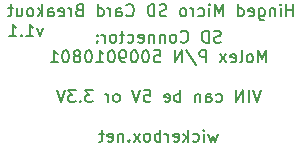
<source format=gbo>
%TF.GenerationSoftware,KiCad,Pcbnew,4.0.5-e0-6337~49~ubuntu16.04.1*%
%TF.CreationDate,2017-02-24T14:13:16-08:00*%
%TF.ProjectId,sd-micro-hinged-5009010801-breakout,73642D6D6963726F2D68696E6765642D,v1.0*%
%TF.FileFunction,Legend,Bot*%
%FSLAX46Y46*%
G04 Gerber Fmt 4.6, Leading zero omitted, Abs format (unit mm)*
G04 Created by KiCad (PCBNEW 4.0.5-e0-6337~49~ubuntu16.04.1) date Fri Feb 24 14:13:16 2017*
%MOMM*%
%LPD*%
G01*
G04 APERTURE LIST*
%ADD10C,0.350000*%
%ADD11C,0.152400*%
%ADD12R,2.133600X1.828800*%
%ADD13O,2.133600X1.828800*%
G04 APERTURE END LIST*
D10*
D11*
X136613534Y-96146499D02*
X136613534Y-95130499D01*
X136613534Y-95614309D02*
X136032963Y-95614309D01*
X136032963Y-96146499D02*
X136032963Y-95130499D01*
X135549153Y-96146499D02*
X135549153Y-95469166D01*
X135549153Y-95130499D02*
X135597534Y-95178880D01*
X135549153Y-95227261D01*
X135500772Y-95178880D01*
X135549153Y-95130499D01*
X135549153Y-95227261D01*
X135065343Y-95469166D02*
X135065343Y-96146499D01*
X135065343Y-95565928D02*
X135016962Y-95517547D01*
X134920200Y-95469166D01*
X134775058Y-95469166D01*
X134678296Y-95517547D01*
X134629915Y-95614309D01*
X134629915Y-96146499D01*
X133710677Y-95469166D02*
X133710677Y-96291642D01*
X133759058Y-96388404D01*
X133807439Y-96436785D01*
X133904200Y-96485166D01*
X134049343Y-96485166D01*
X134146105Y-96436785D01*
X133710677Y-96098118D02*
X133807439Y-96146499D01*
X134000962Y-96146499D01*
X134097724Y-96098118D01*
X134146105Y-96049737D01*
X134194486Y-95952975D01*
X134194486Y-95662690D01*
X134146105Y-95565928D01*
X134097724Y-95517547D01*
X134000962Y-95469166D01*
X133807439Y-95469166D01*
X133710677Y-95517547D01*
X132839820Y-96098118D02*
X132936582Y-96146499D01*
X133130105Y-96146499D01*
X133226867Y-96098118D01*
X133275248Y-96001356D01*
X133275248Y-95614309D01*
X133226867Y-95517547D01*
X133130105Y-95469166D01*
X132936582Y-95469166D01*
X132839820Y-95517547D01*
X132791439Y-95614309D01*
X132791439Y-95711070D01*
X133275248Y-95807832D01*
X131920582Y-96146499D02*
X131920582Y-95130499D01*
X131920582Y-96098118D02*
X132017344Y-96146499D01*
X132210867Y-96146499D01*
X132307629Y-96098118D01*
X132356010Y-96049737D01*
X132404391Y-95952975D01*
X132404391Y-95662690D01*
X132356010Y-95565928D01*
X132307629Y-95517547D01*
X132210867Y-95469166D01*
X132017344Y-95469166D01*
X131920582Y-95517547D01*
X130662677Y-96146499D02*
X130662677Y-95130499D01*
X130324011Y-95856213D01*
X129985344Y-95130499D01*
X129985344Y-96146499D01*
X129501534Y-96146499D02*
X129501534Y-95469166D01*
X129501534Y-95130499D02*
X129549915Y-95178880D01*
X129501534Y-95227261D01*
X129453153Y-95178880D01*
X129501534Y-95130499D01*
X129501534Y-95227261D01*
X128582296Y-96098118D02*
X128679058Y-96146499D01*
X128872581Y-96146499D01*
X128969343Y-96098118D01*
X129017724Y-96049737D01*
X129066105Y-95952975D01*
X129066105Y-95662690D01*
X129017724Y-95565928D01*
X128969343Y-95517547D01*
X128872581Y-95469166D01*
X128679058Y-95469166D01*
X128582296Y-95517547D01*
X128146867Y-96146499D02*
X128146867Y-95469166D01*
X128146867Y-95662690D02*
X128098486Y-95565928D01*
X128050105Y-95517547D01*
X127953343Y-95469166D01*
X127856582Y-95469166D01*
X127372772Y-96146499D02*
X127469534Y-96098118D01*
X127517915Y-96049737D01*
X127566296Y-95952975D01*
X127566296Y-95662690D01*
X127517915Y-95565928D01*
X127469534Y-95517547D01*
X127372772Y-95469166D01*
X127227630Y-95469166D01*
X127130868Y-95517547D01*
X127082487Y-95565928D01*
X127034106Y-95662690D01*
X127034106Y-95952975D01*
X127082487Y-96049737D01*
X127130868Y-96098118D01*
X127227630Y-96146499D01*
X127372772Y-96146499D01*
X125872963Y-96098118D02*
X125727820Y-96146499D01*
X125485916Y-96146499D01*
X125389154Y-96098118D01*
X125340773Y-96049737D01*
X125292392Y-95952975D01*
X125292392Y-95856213D01*
X125340773Y-95759451D01*
X125389154Y-95711070D01*
X125485916Y-95662690D01*
X125679439Y-95614309D01*
X125776201Y-95565928D01*
X125824582Y-95517547D01*
X125872963Y-95420785D01*
X125872963Y-95324023D01*
X125824582Y-95227261D01*
X125776201Y-95178880D01*
X125679439Y-95130499D01*
X125437535Y-95130499D01*
X125292392Y-95178880D01*
X124856963Y-96146499D02*
X124856963Y-95130499D01*
X124615058Y-95130499D01*
X124469916Y-95178880D01*
X124373154Y-95275642D01*
X124324773Y-95372404D01*
X124276392Y-95565928D01*
X124276392Y-95711070D01*
X124324773Y-95904594D01*
X124373154Y-96001356D01*
X124469916Y-96098118D01*
X124615058Y-96146499D01*
X124856963Y-96146499D01*
X122486297Y-96049737D02*
X122534678Y-96098118D01*
X122679821Y-96146499D01*
X122776583Y-96146499D01*
X122921725Y-96098118D01*
X123018487Y-96001356D01*
X123066868Y-95904594D01*
X123115249Y-95711070D01*
X123115249Y-95565928D01*
X123066868Y-95372404D01*
X123018487Y-95275642D01*
X122921725Y-95178880D01*
X122776583Y-95130499D01*
X122679821Y-95130499D01*
X122534678Y-95178880D01*
X122486297Y-95227261D01*
X121615440Y-96146499D02*
X121615440Y-95614309D01*
X121663821Y-95517547D01*
X121760583Y-95469166D01*
X121954106Y-95469166D01*
X122050868Y-95517547D01*
X121615440Y-96098118D02*
X121712202Y-96146499D01*
X121954106Y-96146499D01*
X122050868Y-96098118D01*
X122099249Y-96001356D01*
X122099249Y-95904594D01*
X122050868Y-95807832D01*
X121954106Y-95759451D01*
X121712202Y-95759451D01*
X121615440Y-95711070D01*
X121131630Y-96146499D02*
X121131630Y-95469166D01*
X121131630Y-95662690D02*
X121083249Y-95565928D01*
X121034868Y-95517547D01*
X120938106Y-95469166D01*
X120841345Y-95469166D01*
X120067250Y-96146499D02*
X120067250Y-95130499D01*
X120067250Y-96098118D02*
X120164012Y-96146499D01*
X120357535Y-96146499D01*
X120454297Y-96098118D01*
X120502678Y-96049737D01*
X120551059Y-95952975D01*
X120551059Y-95662690D01*
X120502678Y-95565928D01*
X120454297Y-95517547D01*
X120357535Y-95469166D01*
X120164012Y-95469166D01*
X120067250Y-95517547D01*
X118470679Y-95614309D02*
X118325536Y-95662690D01*
X118277155Y-95711070D01*
X118228774Y-95807832D01*
X118228774Y-95952975D01*
X118277155Y-96049737D01*
X118325536Y-96098118D01*
X118422298Y-96146499D01*
X118809345Y-96146499D01*
X118809345Y-95130499D01*
X118470679Y-95130499D01*
X118373917Y-95178880D01*
X118325536Y-95227261D01*
X118277155Y-95324023D01*
X118277155Y-95420785D01*
X118325536Y-95517547D01*
X118373917Y-95565928D01*
X118470679Y-95614309D01*
X118809345Y-95614309D01*
X117793345Y-96146499D02*
X117793345Y-95469166D01*
X117793345Y-95662690D02*
X117744964Y-95565928D01*
X117696583Y-95517547D01*
X117599821Y-95469166D01*
X117503060Y-95469166D01*
X116777346Y-96098118D02*
X116874108Y-96146499D01*
X117067631Y-96146499D01*
X117164393Y-96098118D01*
X117212774Y-96001356D01*
X117212774Y-95614309D01*
X117164393Y-95517547D01*
X117067631Y-95469166D01*
X116874108Y-95469166D01*
X116777346Y-95517547D01*
X116728965Y-95614309D01*
X116728965Y-95711070D01*
X117212774Y-95807832D01*
X115858108Y-96146499D02*
X115858108Y-95614309D01*
X115906489Y-95517547D01*
X116003251Y-95469166D01*
X116196774Y-95469166D01*
X116293536Y-95517547D01*
X115858108Y-96098118D02*
X115954870Y-96146499D01*
X116196774Y-96146499D01*
X116293536Y-96098118D01*
X116341917Y-96001356D01*
X116341917Y-95904594D01*
X116293536Y-95807832D01*
X116196774Y-95759451D01*
X115954870Y-95759451D01*
X115858108Y-95711070D01*
X115374298Y-96146499D02*
X115374298Y-95130499D01*
X115277536Y-95759451D02*
X114987251Y-96146499D01*
X114987251Y-95469166D02*
X115374298Y-95856213D01*
X114406679Y-96146499D02*
X114503441Y-96098118D01*
X114551822Y-96049737D01*
X114600203Y-95952975D01*
X114600203Y-95662690D01*
X114551822Y-95565928D01*
X114503441Y-95517547D01*
X114406679Y-95469166D01*
X114261537Y-95469166D01*
X114164775Y-95517547D01*
X114116394Y-95565928D01*
X114068013Y-95662690D01*
X114068013Y-95952975D01*
X114116394Y-96049737D01*
X114164775Y-96098118D01*
X114261537Y-96146499D01*
X114406679Y-96146499D01*
X113197156Y-95469166D02*
X113197156Y-96146499D01*
X113632584Y-95469166D02*
X113632584Y-96001356D01*
X113584203Y-96098118D01*
X113487441Y-96146499D01*
X113342299Y-96146499D01*
X113245537Y-96098118D01*
X113197156Y-96049737D01*
X112858489Y-95469166D02*
X112471441Y-95469166D01*
X112713346Y-95130499D02*
X112713346Y-96001356D01*
X112664965Y-96098118D01*
X112568203Y-96146499D01*
X112471441Y-96146499D01*
X115422680Y-97145566D02*
X115180775Y-97822899D01*
X114938871Y-97145566D01*
X114019633Y-97822899D02*
X114600204Y-97822899D01*
X114309918Y-97822899D02*
X114309918Y-96806899D01*
X114406680Y-96952042D01*
X114503442Y-97048804D01*
X114600204Y-97097185D01*
X113584204Y-97726137D02*
X113535823Y-97774518D01*
X113584204Y-97822899D01*
X113632585Y-97774518D01*
X113584204Y-97726137D01*
X113584204Y-97822899D01*
X112568204Y-97822899D02*
X113148775Y-97822899D01*
X112858489Y-97822899D02*
X112858489Y-96806899D01*
X112955251Y-96952042D01*
X113052013Y-97048804D01*
X113148775Y-97097185D01*
X130471332Y-98328238D02*
X130326189Y-98376619D01*
X130084285Y-98376619D01*
X129987523Y-98328238D01*
X129939142Y-98279857D01*
X129890761Y-98183095D01*
X129890761Y-98086333D01*
X129939142Y-97989571D01*
X129987523Y-97941190D01*
X130084285Y-97892810D01*
X130277808Y-97844429D01*
X130374570Y-97796048D01*
X130422951Y-97747667D01*
X130471332Y-97650905D01*
X130471332Y-97554143D01*
X130422951Y-97457381D01*
X130374570Y-97409000D01*
X130277808Y-97360619D01*
X130035904Y-97360619D01*
X129890761Y-97409000D01*
X129455332Y-98376619D02*
X129455332Y-97360619D01*
X129213427Y-97360619D01*
X129068285Y-97409000D01*
X128971523Y-97505762D01*
X128923142Y-97602524D01*
X128874761Y-97796048D01*
X128874761Y-97941190D01*
X128923142Y-98134714D01*
X128971523Y-98231476D01*
X129068285Y-98328238D01*
X129213427Y-98376619D01*
X129455332Y-98376619D01*
X127084666Y-98279857D02*
X127133047Y-98328238D01*
X127278190Y-98376619D01*
X127374952Y-98376619D01*
X127520094Y-98328238D01*
X127616856Y-98231476D01*
X127665237Y-98134714D01*
X127713618Y-97941190D01*
X127713618Y-97796048D01*
X127665237Y-97602524D01*
X127616856Y-97505762D01*
X127520094Y-97409000D01*
X127374952Y-97360619D01*
X127278190Y-97360619D01*
X127133047Y-97409000D01*
X127084666Y-97457381D01*
X126504094Y-98376619D02*
X126600856Y-98328238D01*
X126649237Y-98279857D01*
X126697618Y-98183095D01*
X126697618Y-97892810D01*
X126649237Y-97796048D01*
X126600856Y-97747667D01*
X126504094Y-97699286D01*
X126358952Y-97699286D01*
X126262190Y-97747667D01*
X126213809Y-97796048D01*
X126165428Y-97892810D01*
X126165428Y-98183095D01*
X126213809Y-98279857D01*
X126262190Y-98328238D01*
X126358952Y-98376619D01*
X126504094Y-98376619D01*
X125729999Y-97699286D02*
X125729999Y-98376619D01*
X125729999Y-97796048D02*
X125681618Y-97747667D01*
X125584856Y-97699286D01*
X125439714Y-97699286D01*
X125342952Y-97747667D01*
X125294571Y-97844429D01*
X125294571Y-98376619D01*
X124810761Y-97699286D02*
X124810761Y-98376619D01*
X124810761Y-97796048D02*
X124762380Y-97747667D01*
X124665618Y-97699286D01*
X124520476Y-97699286D01*
X124423714Y-97747667D01*
X124375333Y-97844429D01*
X124375333Y-98376619D01*
X123504476Y-98328238D02*
X123601238Y-98376619D01*
X123794761Y-98376619D01*
X123891523Y-98328238D01*
X123939904Y-98231476D01*
X123939904Y-97844429D01*
X123891523Y-97747667D01*
X123794761Y-97699286D01*
X123601238Y-97699286D01*
X123504476Y-97747667D01*
X123456095Y-97844429D01*
X123456095Y-97941190D01*
X123939904Y-98037952D01*
X122585238Y-98328238D02*
X122682000Y-98376619D01*
X122875523Y-98376619D01*
X122972285Y-98328238D01*
X123020666Y-98279857D01*
X123069047Y-98183095D01*
X123069047Y-97892810D01*
X123020666Y-97796048D01*
X122972285Y-97747667D01*
X122875523Y-97699286D01*
X122682000Y-97699286D01*
X122585238Y-97747667D01*
X122294952Y-97699286D02*
X121907904Y-97699286D01*
X122149809Y-97360619D02*
X122149809Y-98231476D01*
X122101428Y-98328238D01*
X122004666Y-98376619D01*
X121907904Y-98376619D01*
X121424095Y-98376619D02*
X121520857Y-98328238D01*
X121569238Y-98279857D01*
X121617619Y-98183095D01*
X121617619Y-97892810D01*
X121569238Y-97796048D01*
X121520857Y-97747667D01*
X121424095Y-97699286D01*
X121278953Y-97699286D01*
X121182191Y-97747667D01*
X121133810Y-97796048D01*
X121085429Y-97892810D01*
X121085429Y-98183095D01*
X121133810Y-98279857D01*
X121182191Y-98328238D01*
X121278953Y-98376619D01*
X121424095Y-98376619D01*
X120650000Y-98376619D02*
X120650000Y-97699286D01*
X120650000Y-97892810D02*
X120601619Y-97796048D01*
X120553238Y-97747667D01*
X120456476Y-97699286D01*
X120359715Y-97699286D01*
X120021048Y-98279857D02*
X119972667Y-98328238D01*
X120021048Y-98376619D01*
X120069429Y-98328238D01*
X120021048Y-98279857D01*
X120021048Y-98376619D01*
X120021048Y-97747667D02*
X119972667Y-97796048D01*
X120021048Y-97844429D01*
X120069429Y-97796048D01*
X120021048Y-97747667D01*
X120021048Y-97844429D01*
X134317618Y-100053019D02*
X134317618Y-99037019D01*
X133978952Y-99762733D01*
X133640285Y-99037019D01*
X133640285Y-100053019D01*
X133011332Y-100053019D02*
X133108094Y-100004638D01*
X133156475Y-99956257D01*
X133204856Y-99859495D01*
X133204856Y-99569210D01*
X133156475Y-99472448D01*
X133108094Y-99424067D01*
X133011332Y-99375686D01*
X132866190Y-99375686D01*
X132769428Y-99424067D01*
X132721047Y-99472448D01*
X132672666Y-99569210D01*
X132672666Y-99859495D01*
X132721047Y-99956257D01*
X132769428Y-100004638D01*
X132866190Y-100053019D01*
X133011332Y-100053019D01*
X132092094Y-100053019D02*
X132188856Y-100004638D01*
X132237237Y-99907876D01*
X132237237Y-99037019D01*
X131318000Y-100004638D02*
X131414762Y-100053019D01*
X131608285Y-100053019D01*
X131705047Y-100004638D01*
X131753428Y-99907876D01*
X131753428Y-99520829D01*
X131705047Y-99424067D01*
X131608285Y-99375686D01*
X131414762Y-99375686D01*
X131318000Y-99424067D01*
X131269619Y-99520829D01*
X131269619Y-99617590D01*
X131753428Y-99714352D01*
X130930952Y-100053019D02*
X130398762Y-99375686D01*
X130930952Y-99375686D02*
X130398762Y-100053019D01*
X129237619Y-100053019D02*
X129237619Y-99037019D01*
X128850572Y-99037019D01*
X128753810Y-99085400D01*
X128705429Y-99133781D01*
X128657048Y-99230543D01*
X128657048Y-99375686D01*
X128705429Y-99472448D01*
X128753810Y-99520829D01*
X128850572Y-99569210D01*
X129237619Y-99569210D01*
X127495905Y-98988638D02*
X128366762Y-100294924D01*
X127157238Y-100053019D02*
X127157238Y-99037019D01*
X126576667Y-100053019D01*
X126576667Y-99037019D01*
X124834953Y-99037019D02*
X125318762Y-99037019D01*
X125367143Y-99520829D01*
X125318762Y-99472448D01*
X125222000Y-99424067D01*
X124980096Y-99424067D01*
X124883334Y-99472448D01*
X124834953Y-99520829D01*
X124786572Y-99617590D01*
X124786572Y-99859495D01*
X124834953Y-99956257D01*
X124883334Y-100004638D01*
X124980096Y-100053019D01*
X125222000Y-100053019D01*
X125318762Y-100004638D01*
X125367143Y-99956257D01*
X124157619Y-99037019D02*
X124060858Y-99037019D01*
X123964096Y-99085400D01*
X123915715Y-99133781D01*
X123867334Y-99230543D01*
X123818953Y-99424067D01*
X123818953Y-99665971D01*
X123867334Y-99859495D01*
X123915715Y-99956257D01*
X123964096Y-100004638D01*
X124060858Y-100053019D01*
X124157619Y-100053019D01*
X124254381Y-100004638D01*
X124302762Y-99956257D01*
X124351143Y-99859495D01*
X124399524Y-99665971D01*
X124399524Y-99424067D01*
X124351143Y-99230543D01*
X124302762Y-99133781D01*
X124254381Y-99085400D01*
X124157619Y-99037019D01*
X123190000Y-99037019D02*
X123093239Y-99037019D01*
X122996477Y-99085400D01*
X122948096Y-99133781D01*
X122899715Y-99230543D01*
X122851334Y-99424067D01*
X122851334Y-99665971D01*
X122899715Y-99859495D01*
X122948096Y-99956257D01*
X122996477Y-100004638D01*
X123093239Y-100053019D01*
X123190000Y-100053019D01*
X123286762Y-100004638D01*
X123335143Y-99956257D01*
X123383524Y-99859495D01*
X123431905Y-99665971D01*
X123431905Y-99424067D01*
X123383524Y-99230543D01*
X123335143Y-99133781D01*
X123286762Y-99085400D01*
X123190000Y-99037019D01*
X122367524Y-100053019D02*
X122174000Y-100053019D01*
X122077239Y-100004638D01*
X122028858Y-99956257D01*
X121932096Y-99811114D01*
X121883715Y-99617590D01*
X121883715Y-99230543D01*
X121932096Y-99133781D01*
X121980477Y-99085400D01*
X122077239Y-99037019D01*
X122270762Y-99037019D01*
X122367524Y-99085400D01*
X122415905Y-99133781D01*
X122464286Y-99230543D01*
X122464286Y-99472448D01*
X122415905Y-99569210D01*
X122367524Y-99617590D01*
X122270762Y-99665971D01*
X122077239Y-99665971D01*
X121980477Y-99617590D01*
X121932096Y-99569210D01*
X121883715Y-99472448D01*
X121254762Y-99037019D02*
X121158001Y-99037019D01*
X121061239Y-99085400D01*
X121012858Y-99133781D01*
X120964477Y-99230543D01*
X120916096Y-99424067D01*
X120916096Y-99665971D01*
X120964477Y-99859495D01*
X121012858Y-99956257D01*
X121061239Y-100004638D01*
X121158001Y-100053019D01*
X121254762Y-100053019D01*
X121351524Y-100004638D01*
X121399905Y-99956257D01*
X121448286Y-99859495D01*
X121496667Y-99665971D01*
X121496667Y-99424067D01*
X121448286Y-99230543D01*
X121399905Y-99133781D01*
X121351524Y-99085400D01*
X121254762Y-99037019D01*
X119948477Y-100053019D02*
X120529048Y-100053019D01*
X120238762Y-100053019D02*
X120238762Y-99037019D01*
X120335524Y-99182162D01*
X120432286Y-99278924D01*
X120529048Y-99327305D01*
X119319524Y-99037019D02*
X119222763Y-99037019D01*
X119126001Y-99085400D01*
X119077620Y-99133781D01*
X119029239Y-99230543D01*
X118980858Y-99424067D01*
X118980858Y-99665971D01*
X119029239Y-99859495D01*
X119077620Y-99956257D01*
X119126001Y-100004638D01*
X119222763Y-100053019D01*
X119319524Y-100053019D01*
X119416286Y-100004638D01*
X119464667Y-99956257D01*
X119513048Y-99859495D01*
X119561429Y-99665971D01*
X119561429Y-99424067D01*
X119513048Y-99230543D01*
X119464667Y-99133781D01*
X119416286Y-99085400D01*
X119319524Y-99037019D01*
X118400286Y-99472448D02*
X118497048Y-99424067D01*
X118545429Y-99375686D01*
X118593810Y-99278924D01*
X118593810Y-99230543D01*
X118545429Y-99133781D01*
X118497048Y-99085400D01*
X118400286Y-99037019D01*
X118206763Y-99037019D01*
X118110001Y-99085400D01*
X118061620Y-99133781D01*
X118013239Y-99230543D01*
X118013239Y-99278924D01*
X118061620Y-99375686D01*
X118110001Y-99424067D01*
X118206763Y-99472448D01*
X118400286Y-99472448D01*
X118497048Y-99520829D01*
X118545429Y-99569210D01*
X118593810Y-99665971D01*
X118593810Y-99859495D01*
X118545429Y-99956257D01*
X118497048Y-100004638D01*
X118400286Y-100053019D01*
X118206763Y-100053019D01*
X118110001Y-100004638D01*
X118061620Y-99956257D01*
X118013239Y-99859495D01*
X118013239Y-99665971D01*
X118061620Y-99569210D01*
X118110001Y-99520829D01*
X118206763Y-99472448D01*
X117384286Y-99037019D02*
X117287525Y-99037019D01*
X117190763Y-99085400D01*
X117142382Y-99133781D01*
X117094001Y-99230543D01*
X117045620Y-99424067D01*
X117045620Y-99665971D01*
X117094001Y-99859495D01*
X117142382Y-99956257D01*
X117190763Y-100004638D01*
X117287525Y-100053019D01*
X117384286Y-100053019D01*
X117481048Y-100004638D01*
X117529429Y-99956257D01*
X117577810Y-99859495D01*
X117626191Y-99665971D01*
X117626191Y-99424067D01*
X117577810Y-99230543D01*
X117529429Y-99133781D01*
X117481048Y-99085400D01*
X117384286Y-99037019D01*
X116078001Y-100053019D02*
X116658572Y-100053019D01*
X116368286Y-100053019D02*
X116368286Y-99037019D01*
X116465048Y-99182162D01*
X116561810Y-99278924D01*
X116658572Y-99327305D01*
X133857999Y-102389819D02*
X133519332Y-103405819D01*
X133180666Y-102389819D01*
X132841999Y-103405819D02*
X132841999Y-102389819D01*
X132358189Y-103405819D02*
X132358189Y-102389819D01*
X131777618Y-103405819D01*
X131777618Y-102389819D01*
X130084285Y-103357438D02*
X130181047Y-103405819D01*
X130374570Y-103405819D01*
X130471332Y-103357438D01*
X130519713Y-103309057D01*
X130568094Y-103212295D01*
X130568094Y-102922010D01*
X130519713Y-102825248D01*
X130471332Y-102776867D01*
X130374570Y-102728486D01*
X130181047Y-102728486D01*
X130084285Y-102776867D01*
X129213428Y-103405819D02*
X129213428Y-102873629D01*
X129261809Y-102776867D01*
X129358571Y-102728486D01*
X129552094Y-102728486D01*
X129648856Y-102776867D01*
X129213428Y-103357438D02*
X129310190Y-103405819D01*
X129552094Y-103405819D01*
X129648856Y-103357438D01*
X129697237Y-103260676D01*
X129697237Y-103163914D01*
X129648856Y-103067152D01*
X129552094Y-103018771D01*
X129310190Y-103018771D01*
X129213428Y-102970390D01*
X128729618Y-102728486D02*
X128729618Y-103405819D01*
X128729618Y-102825248D02*
X128681237Y-102776867D01*
X128584475Y-102728486D01*
X128439333Y-102728486D01*
X128342571Y-102776867D01*
X128294190Y-102873629D01*
X128294190Y-103405819D01*
X127036285Y-103405819D02*
X127036285Y-102389819D01*
X127036285Y-102776867D02*
X126939523Y-102728486D01*
X126746000Y-102728486D01*
X126649238Y-102776867D01*
X126600857Y-102825248D01*
X126552476Y-102922010D01*
X126552476Y-103212295D01*
X126600857Y-103309057D01*
X126649238Y-103357438D01*
X126746000Y-103405819D01*
X126939523Y-103405819D01*
X127036285Y-103357438D01*
X125730000Y-103357438D02*
X125826762Y-103405819D01*
X126020285Y-103405819D01*
X126117047Y-103357438D01*
X126165428Y-103260676D01*
X126165428Y-102873629D01*
X126117047Y-102776867D01*
X126020285Y-102728486D01*
X125826762Y-102728486D01*
X125730000Y-102776867D01*
X125681619Y-102873629D01*
X125681619Y-102970390D01*
X126165428Y-103067152D01*
X123988286Y-102389819D02*
X124472095Y-102389819D01*
X124520476Y-102873629D01*
X124472095Y-102825248D01*
X124375333Y-102776867D01*
X124133429Y-102776867D01*
X124036667Y-102825248D01*
X123988286Y-102873629D01*
X123939905Y-102970390D01*
X123939905Y-103212295D01*
X123988286Y-103309057D01*
X124036667Y-103357438D01*
X124133429Y-103405819D01*
X124375333Y-103405819D01*
X124472095Y-103357438D01*
X124520476Y-103309057D01*
X123649619Y-102389819D02*
X123310952Y-103405819D01*
X122972286Y-102389819D01*
X121714381Y-103405819D02*
X121811143Y-103357438D01*
X121859524Y-103309057D01*
X121907905Y-103212295D01*
X121907905Y-102922010D01*
X121859524Y-102825248D01*
X121811143Y-102776867D01*
X121714381Y-102728486D01*
X121569239Y-102728486D01*
X121472477Y-102776867D01*
X121424096Y-102825248D01*
X121375715Y-102922010D01*
X121375715Y-103212295D01*
X121424096Y-103309057D01*
X121472477Y-103357438D01*
X121569239Y-103405819D01*
X121714381Y-103405819D01*
X120940286Y-103405819D02*
X120940286Y-102728486D01*
X120940286Y-102922010D02*
X120891905Y-102825248D01*
X120843524Y-102776867D01*
X120746762Y-102728486D01*
X120650001Y-102728486D01*
X119634001Y-102389819D02*
X119005049Y-102389819D01*
X119343715Y-102776867D01*
X119198573Y-102776867D01*
X119101811Y-102825248D01*
X119053430Y-102873629D01*
X119005049Y-102970390D01*
X119005049Y-103212295D01*
X119053430Y-103309057D01*
X119101811Y-103357438D01*
X119198573Y-103405819D01*
X119488858Y-103405819D01*
X119585620Y-103357438D01*
X119634001Y-103309057D01*
X118569620Y-103309057D02*
X118521239Y-103357438D01*
X118569620Y-103405819D01*
X118618001Y-103357438D01*
X118569620Y-103309057D01*
X118569620Y-103405819D01*
X118182572Y-102389819D02*
X117553620Y-102389819D01*
X117892286Y-102776867D01*
X117747144Y-102776867D01*
X117650382Y-102825248D01*
X117602001Y-102873629D01*
X117553620Y-102970390D01*
X117553620Y-103212295D01*
X117602001Y-103309057D01*
X117650382Y-103357438D01*
X117747144Y-103405819D01*
X118037429Y-103405819D01*
X118134191Y-103357438D01*
X118182572Y-103309057D01*
X117263334Y-102389819D02*
X116924667Y-103405819D01*
X116586001Y-102389819D01*
X130205237Y-106081286D02*
X130011713Y-106758619D01*
X129818190Y-106274810D01*
X129624666Y-106758619D01*
X129431142Y-106081286D01*
X129044094Y-106758619D02*
X129044094Y-106081286D01*
X129044094Y-105742619D02*
X129092475Y-105791000D01*
X129044094Y-105839381D01*
X128995713Y-105791000D01*
X129044094Y-105742619D01*
X129044094Y-105839381D01*
X128124856Y-106710238D02*
X128221618Y-106758619D01*
X128415141Y-106758619D01*
X128511903Y-106710238D01*
X128560284Y-106661857D01*
X128608665Y-106565095D01*
X128608665Y-106274810D01*
X128560284Y-106178048D01*
X128511903Y-106129667D01*
X128415141Y-106081286D01*
X128221618Y-106081286D01*
X128124856Y-106129667D01*
X127689427Y-106758619D02*
X127689427Y-105742619D01*
X127592665Y-106371571D02*
X127302380Y-106758619D01*
X127302380Y-106081286D02*
X127689427Y-106468333D01*
X126479904Y-106710238D02*
X126576666Y-106758619D01*
X126770189Y-106758619D01*
X126866951Y-106710238D01*
X126915332Y-106613476D01*
X126915332Y-106226429D01*
X126866951Y-106129667D01*
X126770189Y-106081286D01*
X126576666Y-106081286D01*
X126479904Y-106129667D01*
X126431523Y-106226429D01*
X126431523Y-106323190D01*
X126915332Y-106419952D01*
X125996094Y-106758619D02*
X125996094Y-106081286D01*
X125996094Y-106274810D02*
X125947713Y-106178048D01*
X125899332Y-106129667D01*
X125802570Y-106081286D01*
X125705809Y-106081286D01*
X125367142Y-106758619D02*
X125367142Y-105742619D01*
X125367142Y-106129667D02*
X125270380Y-106081286D01*
X125076857Y-106081286D01*
X124980095Y-106129667D01*
X124931714Y-106178048D01*
X124883333Y-106274810D01*
X124883333Y-106565095D01*
X124931714Y-106661857D01*
X124980095Y-106710238D01*
X125076857Y-106758619D01*
X125270380Y-106758619D01*
X125367142Y-106710238D01*
X124302761Y-106758619D02*
X124399523Y-106710238D01*
X124447904Y-106661857D01*
X124496285Y-106565095D01*
X124496285Y-106274810D01*
X124447904Y-106178048D01*
X124399523Y-106129667D01*
X124302761Y-106081286D01*
X124157619Y-106081286D01*
X124060857Y-106129667D01*
X124012476Y-106178048D01*
X123964095Y-106274810D01*
X123964095Y-106565095D01*
X124012476Y-106661857D01*
X124060857Y-106710238D01*
X124157619Y-106758619D01*
X124302761Y-106758619D01*
X123625428Y-106758619D02*
X123093238Y-106081286D01*
X123625428Y-106081286D02*
X123093238Y-106758619D01*
X122706190Y-106661857D02*
X122657809Y-106710238D01*
X122706190Y-106758619D01*
X122754571Y-106710238D01*
X122706190Y-106661857D01*
X122706190Y-106758619D01*
X122222380Y-106081286D02*
X122222380Y-106758619D01*
X122222380Y-106178048D02*
X122173999Y-106129667D01*
X122077237Y-106081286D01*
X121932095Y-106081286D01*
X121835333Y-106129667D01*
X121786952Y-106226429D01*
X121786952Y-106758619D01*
X120916095Y-106710238D02*
X121012857Y-106758619D01*
X121206380Y-106758619D01*
X121303142Y-106710238D01*
X121351523Y-106613476D01*
X121351523Y-106226429D01*
X121303142Y-106129667D01*
X121206380Y-106081286D01*
X121012857Y-106081286D01*
X120916095Y-106129667D01*
X120867714Y-106226429D01*
X120867714Y-106323190D01*
X121351523Y-106419952D01*
X120577428Y-106081286D02*
X120190380Y-106081286D01*
X120432285Y-105742619D02*
X120432285Y-106613476D01*
X120383904Y-106710238D01*
X120287142Y-106758619D01*
X120190380Y-106758619D01*
%LPC*%
D12*
X109474000Y-106680000D03*
D13*
X109474000Y-104140000D03*
X109474000Y-101600000D03*
X109474000Y-99060000D03*
X109474000Y-96520000D03*
X109474000Y-93980000D03*
M02*

</source>
